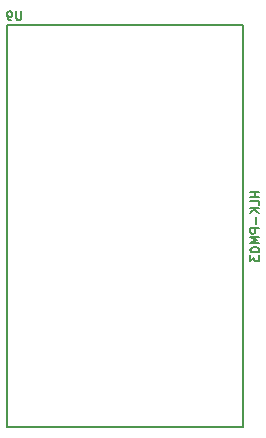
<source format=gbo>
G04 #@! TF.FileFunction,Legend,Bot*
%FSLAX46Y46*%
G04 Gerber Fmt 4.6, Leading zero omitted, Abs format (unit mm)*
G04 Created by KiCad (PCBNEW 4.0.7) date 03/03/18 20:57:52*
%MOMM*%
%LPD*%
G01*
G04 APERTURE LIST*
%ADD10C,0.100000*%
%ADD11C,0.127000*%
G04 APERTURE END LIST*
D10*
D11*
X120000000Y-196000000D02*
X100000000Y-196000000D01*
X100000000Y-162000000D02*
X120000000Y-162000000D01*
X120000000Y-162000000D02*
X120000000Y-196000000D01*
X100000000Y-196000000D02*
X100000000Y-162000000D01*
X101182571Y-160802714D02*
X101182571Y-161419571D01*
X101146286Y-161492143D01*
X101110000Y-161528429D01*
X101037429Y-161564714D01*
X100892286Y-161564714D01*
X100819714Y-161528429D01*
X100783429Y-161492143D01*
X100747143Y-161419571D01*
X100747143Y-160802714D01*
X100348000Y-161564714D02*
X100202857Y-161564714D01*
X100130285Y-161528429D01*
X100094000Y-161492143D01*
X100021428Y-161383286D01*
X99985143Y-161238143D01*
X99985143Y-160947857D01*
X100021428Y-160875286D01*
X100057714Y-160839000D01*
X100130285Y-160802714D01*
X100275428Y-160802714D01*
X100348000Y-160839000D01*
X100384285Y-160875286D01*
X100420571Y-160947857D01*
X100420571Y-161129286D01*
X100384285Y-161201857D01*
X100348000Y-161238143D01*
X100275428Y-161274429D01*
X100130285Y-161274429D01*
X100057714Y-161238143D01*
X100021428Y-161201857D01*
X99985143Y-161129286D01*
X121344714Y-176079001D02*
X120582714Y-176079001D01*
X120945571Y-176079001D02*
X120945571Y-176514429D01*
X121344714Y-176514429D02*
X120582714Y-176514429D01*
X121344714Y-177240144D02*
X121344714Y-176877287D01*
X120582714Y-176877287D01*
X121344714Y-177494144D02*
X120582714Y-177494144D01*
X121344714Y-177929572D02*
X120909286Y-177603001D01*
X120582714Y-177929572D02*
X121018143Y-177494144D01*
X121054429Y-178256144D02*
X121054429Y-178836715D01*
X121344714Y-179199573D02*
X120582714Y-179199573D01*
X120582714Y-179489858D01*
X120619000Y-179562430D01*
X120655286Y-179598715D01*
X120727857Y-179635001D01*
X120836714Y-179635001D01*
X120909286Y-179598715D01*
X120945571Y-179562430D01*
X120981857Y-179489858D01*
X120981857Y-179199573D01*
X121344714Y-179961573D02*
X120582714Y-179961573D01*
X121127000Y-180215573D01*
X120582714Y-180469573D01*
X121344714Y-180469573D01*
X120582714Y-180977572D02*
X120582714Y-181050144D01*
X120619000Y-181122715D01*
X120655286Y-181159001D01*
X120727857Y-181195287D01*
X120873000Y-181231572D01*
X121054429Y-181231572D01*
X121199571Y-181195287D01*
X121272143Y-181159001D01*
X121308429Y-181122715D01*
X121344714Y-181050144D01*
X121344714Y-180977572D01*
X121308429Y-180905001D01*
X121272143Y-180868715D01*
X121199571Y-180832430D01*
X121054429Y-180796144D01*
X120873000Y-180796144D01*
X120727857Y-180832430D01*
X120655286Y-180868715D01*
X120619000Y-180905001D01*
X120582714Y-180977572D01*
X120582714Y-181485572D02*
X120582714Y-181957286D01*
X120873000Y-181703286D01*
X120873000Y-181812144D01*
X120909286Y-181884715D01*
X120945571Y-181921001D01*
X121018143Y-181957286D01*
X121199571Y-181957286D01*
X121272143Y-181921001D01*
X121308429Y-181884715D01*
X121344714Y-181812144D01*
X121344714Y-181594429D01*
X121308429Y-181521858D01*
X121272143Y-181485572D01*
M02*

</source>
